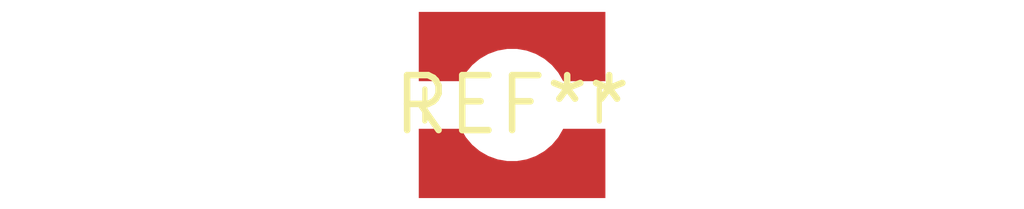
<source format=kicad_pcb>
(kicad_pcb (version 20240108) (generator pcbnew)
  (layers (0 "F.Cu" signal) (31 "B.Cu" signal) (34 "B.Paste" user) (35 "F.Paste" user) (36 "B.SilkS" user "B.Silkscreen") (37 "F.SilkS" user "F.Silkscreen") (38 "B.Mask" user) (39 "F.Mask" user) (44 "Edge.Cuts" user))
  (net 0 "")
  (footprint "L_Wuerth_WE-TPC-3816" (layer "F.Cu") (at 0 0)
    (property "Reference" "REF**")
    (property "Value" "L_Wuerth_WE-TPC-3816")
    (fp_line (start -2.01 0.37) (end -2.01 -0.37) (layer "F.SilkS") (stroke (width 0.12)))
    (fp_line (start 2.01 -0.37) (end 2.01 0.37) (layer "F.SilkS") (stroke (width 0.12)))
    (pad "1" smd custom (at 0 -1.75) (size 0.7 0.7) (layers "F.Cu" "F.Paste" "F.Mask") (options (clearance outline) (anchor circle)) (primitives (gr_poly (pts (xy 2.15 1.2) (xy 1.177922 1.2) (xy 1.064578 1.003895) (xy 0.918917 0.830439) (xy 0.745359 0.684899) (xy 0.549174 0.571693) (xy 0.336318 0.494257) (xy 0.113252 0.454942) (xy -0.113252 0.454942) (xy -0.336318 0.494257) (xy -0.549174 0.571693) (xy -0.745359 0.684899) (xy -0.918917 0.830439) (xy -1.064578 1.003895) (xy -1.177922 1.2) (xy -2.15 1.2) (xy -2.15 -0.4) (xy 2.15 -0.4)) (width 0) (fill yes))))
    (pad "2" smd custom (at 0 1.75) (size 0.7 0.7) (layers "F.Cu" "F.Paste" "F.Mask") (options (clearance outline) (anchor circle)) (primitives (gr_poly (pts (xy -1.064578 -1.003895) (xy -0.918917 -0.830439) (xy -0.745359 -0.684899) (xy -0.549174 -0.571693) (xy -0.336318 -0.494257) (xy -0.113252 -0.454942) (xy 0.113252 -0.454942) (xy 0.336318 -0.494257) (xy 0.549174 -0.571693) (xy 0.745359 -0.684899) (xy 0.918917 -0.830439) (xy 1.064578 -1.003895) (xy 1.177922 -1.2) (xy 2.15 -1.2) (xy 2.15 0.4) (xy -2.15 0.4) (xy -2.15 -1.2) (xy -1.177922 -1.2)) (width 0) (fill yes))))
  )
)
</source>
